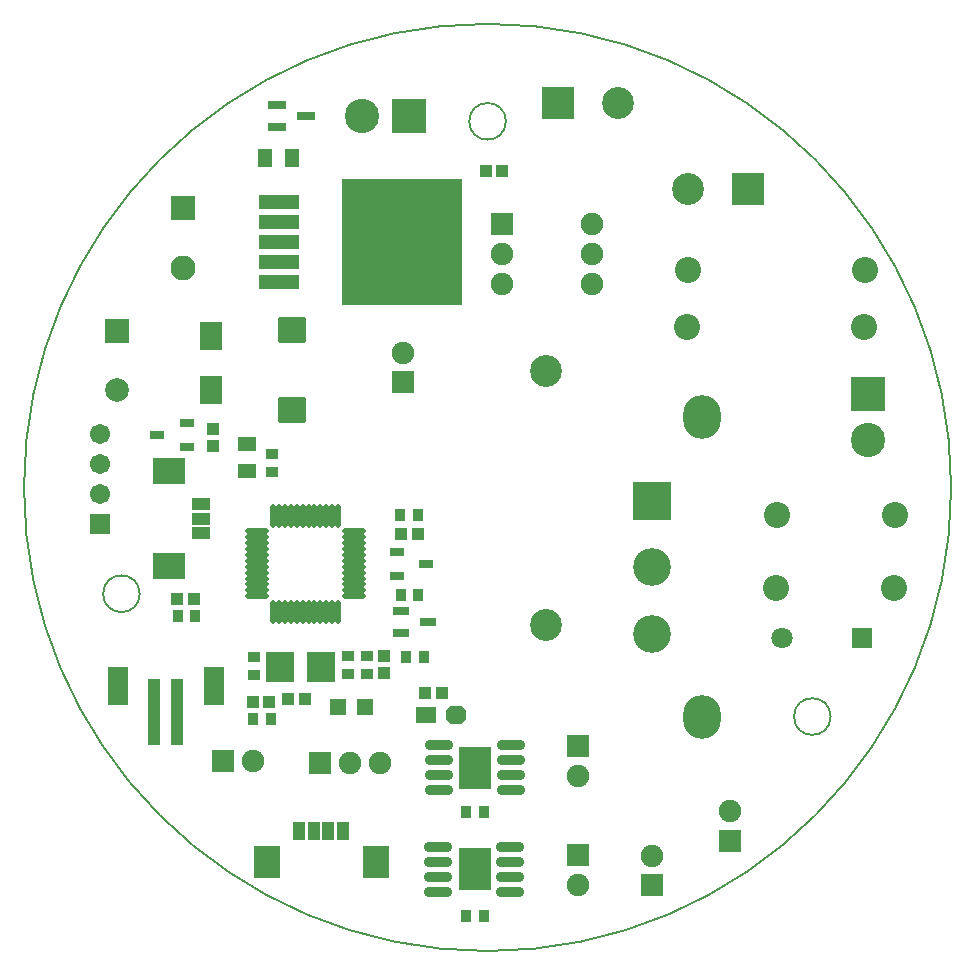
<source format=gts>
%FSLAX25Y25*%
%MOIN*%
G70*
G01*
G75*
G04 Layer_Color=8388736*
%ADD10C,0.10000*%
%ADD11C,0.10000*%
%ADD12R,0.08661X0.09449*%
%ADD13R,0.09843X0.13386*%
%ADD14O,0.08661X0.02756*%
%ADD15R,0.06890X0.08661*%
%ADD16R,0.04724X0.01969*%
%ADD17R,0.04000X0.05500*%
%ADD18R,0.05906X0.11811*%
%ADD19R,0.03150X0.21654*%
%ADD20R,0.06000X0.05000*%
G04:AMPARAMS|DCode=21|XSize=60mil|YSize=50mil|CornerRadius=0mil|HoleSize=0mil|Usage=FLASHONLY|Rotation=0.000|XOffset=0mil|YOffset=0mil|HoleType=Round|Shape=Octagon|*
%AMOCTAGOND21*
4,1,8,0.03000,-0.01250,0.03000,0.01250,0.01750,0.02500,-0.01750,0.02500,-0.03000,0.01250,-0.03000,-0.01250,-0.01750,-0.02500,0.01750,-0.02500,0.03000,-0.01250,0.0*
%
%ADD21OCTAGOND21*%

%ADD22R,0.03150X0.03543*%
%ADD23R,0.03543X0.03150*%
%ADD24R,0.05000X0.05000*%
%ADD25R,0.05512X0.02362*%
%ADD26R,0.39370X0.41142*%
%ADD27R,0.12598X0.04134*%
%ADD28R,0.05500X0.04000*%
%ADD29O,0.07087X0.01100*%
%ADD30O,0.01100X0.07087*%
%ADD31R,0.08268X0.09843*%
%ADD32R,0.03150X0.05118*%
G04:AMPARAMS|DCode=33|XSize=78.74mil|YSize=86.61mil|CornerRadius=7.87mil|HoleSize=0mil|Usage=FLASHONLY|Rotation=90.000|XOffset=0mil|YOffset=0mil|HoleType=Round|Shape=RoundedRectangle|*
%AMROUNDEDRECTD33*
21,1,0.07874,0.07087,0,0,90.0*
21,1,0.06299,0.08661,0,0,90.0*
1,1,0.01575,0.03543,0.03150*
1,1,0.01575,0.03543,-0.03150*
1,1,0.01575,-0.03543,-0.03150*
1,1,0.01575,-0.03543,0.03150*
%
%ADD33ROUNDEDRECTD33*%
%ADD34R,0.09843X0.08268*%
%ADD35R,0.05118X0.03150*%
%ADD36R,0.03937X0.02362*%
%ADD37R,0.02756X0.03347*%
%ADD38R,0.03347X0.02756*%
%ADD39C,0.00800*%
%ADD40C,0.08000*%
%ADD41C,0.15000*%
%ADD42C,0.03000*%
%ADD43C,0.01500*%
%ADD44C,0.05000*%
%ADD45C,0.02000*%
%ADD46C,0.04000*%
%ADD47C,0.01000*%
%ADD48R,0.09600X0.18400*%
%ADD49R,0.09900X0.21000*%
%ADD50C,0.00500*%
%ADD51C,0.00025*%
%ADD52C,0.05906*%
%ADD53R,0.05906X0.05906*%
%ADD54C,0.07874*%
%ADD55O,0.11811X0.13780*%
%ADD56C,0.06693*%
%ADD57R,0.06693X0.06693*%
%ADD58R,0.07480X0.07480*%
%ADD59C,0.07480*%
%ADD60R,0.06299X0.06299*%
%ADD61C,0.06299*%
%ADD62C,0.09843*%
%ADD63R,0.06693X0.06693*%
%ADD64R,0.09843X0.09843*%
%ADD65C,0.10630*%
%ADD66R,0.10630X0.10630*%
%ADD67R,0.10630X0.10630*%
%ADD68R,0.07087X0.07087*%
%ADD69C,0.07087*%
%ADD70R,0.11811X0.11811*%
%ADD71C,0.11811*%
%ADD72C,0.03000*%
%ADD73C,0.02700*%
%ADD74C,0.04000*%
%ADD75C,0.02000*%
%ADD76C,0.05000*%
%ADD77C,0.19685*%
%ADD78R,0.03118X0.15755*%
%ADD79C,0.00787*%
%ADD80C,0.01984*%
%ADD81C,0.02900*%
%ADD82C,0.00984*%
%ADD83C,0.01969*%
%ADD84C,0.01575*%
%ADD85C,0.00300*%
%ADD86C,0.00600*%
%ADD87C,0.00700*%
%ADD88R,0.02000X0.08000*%
%ADD89R,0.04000X0.03500*%
%ADD90R,0.01969X0.03780*%
%ADD91R,0.03780X0.01969*%
%ADD92R,0.09461X0.10249*%
%ADD93R,0.10643X0.14186*%
%ADD94O,0.09461X0.03556*%
%ADD95R,0.07690X0.09461*%
%ADD96R,0.05524X0.02769*%
%ADD97R,0.04800X0.06300*%
%ADD98R,0.06706X0.12611*%
%ADD99R,0.03950X0.22453*%
%ADD100R,0.06800X0.05800*%
G04:AMPARAMS|DCode=101|XSize=68mil|YSize=58mil|CornerRadius=0mil|HoleSize=0mil|Usage=FLASHONLY|Rotation=0.000|XOffset=0mil|YOffset=0mil|HoleType=Round|Shape=Octagon|*
%AMOCTAGOND101*
4,1,8,0.03400,-0.01450,0.03400,0.01450,0.01950,0.02900,-0.01950,0.02900,-0.03400,0.01450,-0.03400,-0.01450,-0.01950,-0.02900,0.01950,-0.02900,0.03400,-0.01450,0.0*
%
%ADD101OCTAGOND101*%

%ADD102R,0.03950X0.04343*%
%ADD103R,0.04343X0.03950*%
%ADD104R,0.05800X0.05800*%
%ADD105R,0.06312X0.03162*%
%ADD106R,0.40170X0.41942*%
%ADD107R,0.13398X0.04934*%
%ADD108R,0.06300X0.04800*%
%ADD109O,0.07887X0.01900*%
%ADD110O,0.01900X0.07887*%
%ADD111R,0.09068X0.10642*%
%ADD112R,0.03950X0.05918*%
G04:AMPARAMS|DCode=113|XSize=86.74mil|YSize=94.61mil|CornerRadius=8.67mil|HoleSize=0mil|Usage=FLASHONLY|Rotation=90.000|XOffset=0mil|YOffset=0mil|HoleType=Round|Shape=RoundedRectangle|*
%AMROUNDEDRECTD113*
21,1,0.08674,0.07727,0,0,90.0*
21,1,0.06939,0.09461,0,0,90.0*
1,1,0.01735,0.03863,0.03470*
1,1,0.01735,0.03863,-0.03470*
1,1,0.01735,-0.03863,-0.03470*
1,1,0.01735,-0.03863,0.03470*
%
%ADD113ROUNDEDRECTD113*%
%ADD114R,0.10642X0.09068*%
%ADD115R,0.05918X0.03950*%
%ADD116R,0.04737X0.03162*%
%ADD117R,0.03556X0.04147*%
%ADD118R,0.04147X0.03556*%
%ADD119C,0.06706*%
%ADD120R,0.06706X0.06706*%
%ADD121C,0.08674*%
%ADD122O,0.12611X0.14579*%
%ADD123C,0.07493*%
%ADD124R,0.07493X0.07493*%
%ADD125R,0.08280X0.08280*%
%ADD126C,0.08280*%
%ADD127R,0.07099X0.07099*%
%ADD128C,0.07099*%
%ADD129C,0.10642*%
%ADD130R,0.07493X0.07493*%
%ADD131R,0.10642X0.10642*%
%ADD132C,0.11430*%
%ADD133R,0.11430X0.11430*%
%ADD134R,0.11430X0.11430*%
%ADD135R,0.07887X0.07887*%
%ADD136C,0.07887*%
%ADD137R,0.12611X0.12611*%
%ADD138C,0.12611*%
D50*
X270472Y35433D02*
G03*
X270472Y35433I-154528J0D01*
G01*
X230285Y-40938D02*
G03*
X230285Y-40938I-6102J0D01*
G01*
X122047Y157480D02*
G03*
X122047Y157480I-6102J0D01*
G01*
X0Y0D02*
G03*
X0Y0I-6102J0D01*
G01*
D51*
X90317Y-116955D02*
X90325Y-116949D01*
X41318Y-87267D02*
X41318D01*
D92*
X46710Y-24500D02*
D03*
X60490D02*
D03*
D93*
X111900Y-58000D02*
D03*
X111600Y-91800D02*
D03*
D94*
X123600Y-65500D02*
D03*
Y-60500D02*
D03*
Y-55500D02*
D03*
Y-50500D02*
D03*
X99800Y-65500D02*
D03*
Y-60500D02*
D03*
Y-55500D02*
D03*
Y-50500D02*
D03*
X99500Y-84300D02*
D03*
Y-89300D02*
D03*
Y-94300D02*
D03*
Y-99300D02*
D03*
X123300Y-84300D02*
D03*
Y-89300D02*
D03*
Y-94300D02*
D03*
Y-99300D02*
D03*
D95*
X23900Y86055D02*
D03*
Y67945D02*
D03*
D96*
X87000Y-5760D02*
D03*
Y-13240D02*
D03*
X96000Y-9500D02*
D03*
D97*
X41800Y145300D02*
D03*
X50800D02*
D03*
D98*
X24600Y-30700D02*
D03*
X-7400D02*
D03*
D99*
X4663Y-39511D02*
D03*
X12537D02*
D03*
D100*
X95300Y-40300D02*
D03*
D101*
X105300D02*
D03*
D102*
X18056Y-1700D02*
D03*
X12544Y-1700D02*
D03*
X120856Y140900D02*
D03*
X115344Y140900D02*
D03*
X37744Y-36100D02*
D03*
X43256Y-36100D02*
D03*
X87144Y19800D02*
D03*
X92656Y19800D02*
D03*
X95144Y-33100D02*
D03*
X100656Y-33100D02*
D03*
X49444Y-35100D02*
D03*
X54956Y-35100D02*
D03*
D103*
X24500Y49244D02*
D03*
X24500Y54756D02*
D03*
X81335Y-20844D02*
D03*
X81335Y-26356D02*
D03*
D104*
X66200Y-37700D02*
D03*
X75200D02*
D03*
D105*
X45600Y163040D02*
D03*
Y155560D02*
D03*
X55497Y159300D02*
D03*
D106*
X87500Y117200D02*
D03*
D107*
X46500Y103814D02*
D03*
Y110507D02*
D03*
Y117200D02*
D03*
Y123893D02*
D03*
Y130586D02*
D03*
D108*
X35600Y49900D02*
D03*
Y40900D02*
D03*
D109*
X39255Y-827D02*
D03*
Y1142D02*
D03*
Y3110D02*
D03*
Y5079D02*
D03*
Y7047D02*
D03*
Y9016D02*
D03*
Y10984D02*
D03*
Y12953D02*
D03*
Y14921D02*
D03*
Y16890D02*
D03*
Y18858D02*
D03*
Y20827D02*
D03*
X71345D02*
D03*
Y18858D02*
D03*
Y16890D02*
D03*
Y14921D02*
D03*
Y12953D02*
D03*
Y10984D02*
D03*
Y9016D02*
D03*
Y7047D02*
D03*
Y5079D02*
D03*
Y3110D02*
D03*
Y1142D02*
D03*
Y-827D02*
D03*
D110*
X44473Y26045D02*
D03*
X46442D02*
D03*
X48410D02*
D03*
X50379D02*
D03*
X52347D02*
D03*
X54316D02*
D03*
X56284D02*
D03*
X58253D02*
D03*
X60221D02*
D03*
X62190D02*
D03*
X64158D02*
D03*
X66127D02*
D03*
Y-6045D02*
D03*
X64158D02*
D03*
X62190D02*
D03*
X60221D02*
D03*
X58253D02*
D03*
X56284D02*
D03*
X54316D02*
D03*
X52347D02*
D03*
X50379D02*
D03*
X48410D02*
D03*
X46442D02*
D03*
X44473D02*
D03*
D111*
X78628Y-89500D02*
D03*
X42264D02*
D03*
D112*
X53064Y-79100D02*
D03*
X57985Y-79100D02*
D03*
X62906Y-79100D02*
D03*
X67828D02*
D03*
D113*
X50800Y61214D02*
D03*
X50800Y87986D02*
D03*
D114*
X9900Y40800D02*
D03*
Y9358D02*
D03*
D115*
X20300Y20157D02*
D03*
Y25079D02*
D03*
Y30000D02*
D03*
D116*
X15600Y48900D02*
D03*
X5757Y52837D02*
D03*
X15600Y56774D02*
D03*
X85700Y13900D02*
D03*
X95543Y9963D02*
D03*
X85700Y6026D02*
D03*
D117*
X108794Y-72900D02*
D03*
X114700D02*
D03*
X108695Y-107500D02*
D03*
X114600D02*
D03*
X92606Y26400D02*
D03*
X86700D02*
D03*
X92905Y-300D02*
D03*
X87000D02*
D03*
X43606Y-41800D02*
D03*
X37700D02*
D03*
X94806Y-21100D02*
D03*
X88900D02*
D03*
X12595Y-7500D02*
D03*
X18500D02*
D03*
D118*
X69500Y-26805D02*
D03*
Y-20900D02*
D03*
X38100Y-27106D02*
D03*
Y-21200D02*
D03*
X44200Y46606D02*
D03*
Y40700D02*
D03*
X75835Y-20795D02*
D03*
Y-26700D02*
D03*
D119*
X-13200Y53100D02*
D03*
Y43100D02*
D03*
Y33100D02*
D03*
D120*
Y23100D02*
D03*
D121*
X241528Y88900D02*
D03*
X182472D02*
D03*
X251585Y1800D02*
D03*
X212215D02*
D03*
X212415Y26300D02*
D03*
X251785D02*
D03*
X241728Y107900D02*
D03*
X182672D02*
D03*
D122*
X187400Y58800D02*
D03*
Y-41200D02*
D03*
D123*
X87900Y80321D02*
D03*
X170600Y-87279D02*
D03*
X196600Y-72579D02*
D03*
X146000Y-97000D02*
D03*
Y-60700D02*
D03*
X37800Y-55800D02*
D03*
X150600Y123400D02*
D03*
Y113400D02*
D03*
Y103400D02*
D03*
X120600D02*
D03*
Y113400D02*
D03*
X80200Y-56500D02*
D03*
X70200Y-56500D02*
D03*
D124*
X87900Y70479D02*
D03*
X170600Y-97121D02*
D03*
X196600Y-82421D02*
D03*
X27800Y-55800D02*
D03*
X60200Y-56500D02*
D03*
D125*
X14400Y128500D02*
D03*
D126*
Y108500D02*
D03*
D127*
X240886Y-14900D02*
D03*
D128*
X214114D02*
D03*
D129*
X135400Y74323D02*
D03*
Y-10323D02*
D03*
X159300Y163700D02*
D03*
X182900Y134900D02*
D03*
D130*
X146000Y-87000D02*
D03*
Y-50700D02*
D03*
X120600Y123400D02*
D03*
D131*
X139300Y163700D02*
D03*
X202900Y134900D02*
D03*
D132*
X242800Y51095D02*
D03*
X73995Y159200D02*
D03*
D133*
X242800Y66695D02*
D03*
D134*
X89595Y159200D02*
D03*
D135*
X-7500Y87743D02*
D03*
D136*
Y68058D02*
D03*
D137*
X170700Y30946D02*
D03*
D138*
Y-13346D02*
D03*
Y8898D02*
D03*
M02*

</source>
